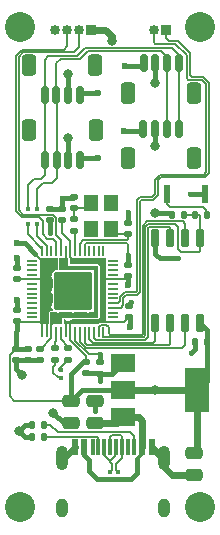
<source format=gtl>
G04 #@! TF.GenerationSoftware,KiCad,Pcbnew,(6.0.6)*
G04 #@! TF.CreationDate,2022-07-02T21:51:47+02:00*
G04 #@! TF.ProjectId,hs3-arduino-nano,6873332d-6172-4647-9569-6e6f2d6e616e,rev?*
G04 #@! TF.SameCoordinates,Original*
G04 #@! TF.FileFunction,Copper,L1,Top*
G04 #@! TF.FilePolarity,Positive*
%FSLAX46Y46*%
G04 Gerber Fmt 4.6, Leading zero omitted, Abs format (unit mm)*
G04 Created by KiCad (PCBNEW (6.0.6)) date 2022-07-02 21:51:47*
%MOMM*%
%LPD*%
G01*
G04 APERTURE LIST*
G04 Aperture macros list*
%AMRoundRect*
0 Rectangle with rounded corners*
0 $1 Rounding radius*
0 $2 $3 $4 $5 $6 $7 $8 $9 X,Y pos of 4 corners*
0 Add a 4 corners polygon primitive as box body*
4,1,4,$2,$3,$4,$5,$6,$7,$8,$9,$2,$3,0*
0 Add four circle primitives for the rounded corners*
1,1,$1+$1,$2,$3*
1,1,$1+$1,$4,$5*
1,1,$1+$1,$6,$7*
1,1,$1+$1,$8,$9*
0 Add four rect primitives between the rounded corners*
20,1,$1+$1,$2,$3,$4,$5,0*
20,1,$1+$1,$4,$5,$6,$7,0*
20,1,$1+$1,$6,$7,$8,$9,0*
20,1,$1+$1,$8,$9,$2,$3,0*%
G04 Aperture macros list end*
G04 #@! TA.AperFunction,ComponentPad*
%ADD10C,2.540000*%
G04 #@! TD*
G04 #@! TA.AperFunction,SMDPad,CuDef*
%ADD11RoundRect,0.140000X0.170000X-0.140000X0.170000X0.140000X-0.170000X0.140000X-0.170000X-0.140000X0*%
G04 #@! TD*
G04 #@! TA.AperFunction,SMDPad,CuDef*
%ADD12R,0.550000X1.500000*%
G04 #@! TD*
G04 #@! TA.AperFunction,SMDPad,CuDef*
%ADD13RoundRect,0.140000X-0.170000X0.140000X-0.170000X-0.140000X0.170000X-0.140000X0.170000X0.140000X0*%
G04 #@! TD*
G04 #@! TA.AperFunction,ComponentPad*
%ADD14R,0.850000X0.850000*%
G04 #@! TD*
G04 #@! TA.AperFunction,ComponentPad*
%ADD15O,0.850000X0.850000*%
G04 #@! TD*
G04 #@! TA.AperFunction,SMDPad,CuDef*
%ADD16RoundRect,0.135000X0.185000X-0.135000X0.185000X0.135000X-0.185000X0.135000X-0.185000X-0.135000X0*%
G04 #@! TD*
G04 #@! TA.AperFunction,SMDPad,CuDef*
%ADD17RoundRect,0.150000X0.150000X0.625000X-0.150000X0.625000X-0.150000X-0.625000X0.150000X-0.625000X0*%
G04 #@! TD*
G04 #@! TA.AperFunction,SMDPad,CuDef*
%ADD18RoundRect,0.250000X0.350000X0.650000X-0.350000X0.650000X-0.350000X-0.650000X0.350000X-0.650000X0*%
G04 #@! TD*
G04 #@! TA.AperFunction,SMDPad,CuDef*
%ADD19RoundRect,0.150000X-0.150000X-0.625000X0.150000X-0.625000X0.150000X0.625000X-0.150000X0.625000X0*%
G04 #@! TD*
G04 #@! TA.AperFunction,SMDPad,CuDef*
%ADD20RoundRect,0.250000X-0.350000X-0.650000X0.350000X-0.650000X0.350000X0.650000X-0.350000X0.650000X0*%
G04 #@! TD*
G04 #@! TA.AperFunction,SMDPad,CuDef*
%ADD21RoundRect,0.135000X-0.135000X-0.185000X0.135000X-0.185000X0.135000X0.185000X-0.135000X0.185000X0*%
G04 #@! TD*
G04 #@! TA.AperFunction,SMDPad,CuDef*
%ADD22R,0.600000X1.450000*%
G04 #@! TD*
G04 #@! TA.AperFunction,SMDPad,CuDef*
%ADD23R,0.300000X1.450000*%
G04 #@! TD*
G04 #@! TA.AperFunction,ComponentPad*
%ADD24O,1.000000X2.100000*%
G04 #@! TD*
G04 #@! TA.AperFunction,ComponentPad*
%ADD25O,1.000000X1.600000*%
G04 #@! TD*
G04 #@! TA.AperFunction,SMDPad,CuDef*
%ADD26RoundRect,0.250000X-0.475000X0.250000X-0.475000X-0.250000X0.475000X-0.250000X0.475000X0.250000X0*%
G04 #@! TD*
G04 #@! TA.AperFunction,SMDPad,CuDef*
%ADD27R,2.000000X1.500000*%
G04 #@! TD*
G04 #@! TA.AperFunction,SMDPad,CuDef*
%ADD28R,2.000000X3.800000*%
G04 #@! TD*
G04 #@! TA.AperFunction,SMDPad,CuDef*
%ADD29RoundRect,0.150000X-0.150000X0.650000X-0.150000X-0.650000X0.150000X-0.650000X0.150000X0.650000X0*%
G04 #@! TD*
G04 #@! TA.AperFunction,SMDPad,CuDef*
%ADD30RoundRect,0.050000X0.387500X0.050000X-0.387500X0.050000X-0.387500X-0.050000X0.387500X-0.050000X0*%
G04 #@! TD*
G04 #@! TA.AperFunction,SMDPad,CuDef*
%ADD31RoundRect,0.050000X0.050000X0.387500X-0.050000X0.387500X-0.050000X-0.387500X0.050000X-0.387500X0*%
G04 #@! TD*
G04 #@! TA.AperFunction,ComponentPad*
%ADD32C,0.600000*%
G04 #@! TD*
G04 #@! TA.AperFunction,SMDPad,CuDef*
%ADD33RoundRect,0.144000X1.456000X1.456000X-1.456000X1.456000X-1.456000X-1.456000X1.456000X-1.456000X0*%
G04 #@! TD*
G04 #@! TA.AperFunction,SMDPad,CuDef*
%ADD34RoundRect,0.140000X0.140000X0.170000X-0.140000X0.170000X-0.140000X-0.170000X0.140000X-0.170000X0*%
G04 #@! TD*
G04 #@! TA.AperFunction,SMDPad,CuDef*
%ADD35R,1.200000X1.400000*%
G04 #@! TD*
G04 #@! TA.AperFunction,SMDPad,CuDef*
%ADD36RoundRect,0.250000X0.475000X-0.250000X0.475000X0.250000X-0.475000X0.250000X-0.475000X-0.250000X0*%
G04 #@! TD*
G04 #@! TA.AperFunction,SMDPad,CuDef*
%ADD37RoundRect,0.135000X0.135000X0.185000X-0.135000X0.185000X-0.135000X-0.185000X0.135000X-0.185000X0*%
G04 #@! TD*
G04 #@! TA.AperFunction,ViaPad*
%ADD38C,0.400000*%
G04 #@! TD*
G04 #@! TA.AperFunction,ViaPad*
%ADD39C,0.600000*%
G04 #@! TD*
G04 #@! TA.AperFunction,ViaPad*
%ADD40C,0.800000*%
G04 #@! TD*
G04 #@! TA.AperFunction,Conductor*
%ADD41C,0.400000*%
G04 #@! TD*
G04 #@! TA.AperFunction,Conductor*
%ADD42C,0.127000*%
G04 #@! TD*
G04 #@! TA.AperFunction,Conductor*
%ADD43C,0.200000*%
G04 #@! TD*
G04 #@! TA.AperFunction,Conductor*
%ADD44C,0.600000*%
G04 #@! TD*
G04 #@! TA.AperFunction,Conductor*
%ADD45C,0.350000*%
G04 #@! TD*
G04 APERTURE END LIST*
D10*
X139446000Y-68707000D03*
X139446000Y-109347000D03*
X154686000Y-109347000D03*
X154686000Y-68707000D03*
D11*
X148675000Y-93230000D03*
X148675000Y-92270000D03*
D12*
X155091800Y-82804000D03*
X151841800Y-82804000D03*
D13*
X145034000Y-97056000D03*
X145034000Y-98016000D03*
D11*
X144018000Y-84046000D03*
X144018000Y-83086000D03*
D14*
X151765000Y-68961000D03*
D15*
X150765000Y-68961000D03*
D11*
X148590000Y-86205000D03*
X148590000Y-85245000D03*
D16*
X144018000Y-85981000D03*
X144018000Y-84961000D03*
D13*
X141097000Y-95913000D03*
X141097000Y-96873000D03*
D17*
X152858600Y-77288000D03*
X151858600Y-77288000D03*
X150858600Y-77288000D03*
X149858600Y-77288000D03*
D18*
X148558600Y-79813000D03*
X154158600Y-79813000D03*
D11*
X139192000Y-90015000D03*
X139192000Y-89055000D03*
X139192000Y-93571000D03*
X139192000Y-92611000D03*
D19*
X141502000Y-74426200D03*
X142502000Y-74426200D03*
X143502000Y-74426200D03*
X144502000Y-74426200D03*
D20*
X145802000Y-71901200D03*
X140202000Y-71901200D03*
D21*
X154204000Y-84582000D03*
X155224000Y-84582000D03*
D22*
X144070000Y-104286000D03*
X144870000Y-104286000D03*
D23*
X146070000Y-104286000D03*
X147070000Y-104286000D03*
X147570000Y-104286000D03*
X148570000Y-104286000D03*
D22*
X149770000Y-104286000D03*
X150570000Y-104286000D03*
X150570000Y-104286000D03*
X149770000Y-104286000D03*
D23*
X149070000Y-104286000D03*
X148070000Y-104286000D03*
X146570000Y-104286000D03*
X145570000Y-104286000D03*
D22*
X144870000Y-104286000D03*
X144070000Y-104286000D03*
D24*
X143000000Y-105201000D03*
D25*
X151640000Y-109381000D03*
X143000000Y-109381000D03*
D24*
X151640000Y-105201000D03*
D14*
X145415000Y-68935600D03*
D15*
X144415000Y-68935600D03*
X143415000Y-68935600D03*
X142415000Y-68935600D03*
D11*
X148590000Y-89789000D03*
X148590000Y-88829000D03*
D13*
X140081000Y-95913000D03*
X140081000Y-96873000D03*
X139065000Y-95913000D03*
X139065000Y-96873000D03*
D26*
X143764000Y-100335000D03*
X143764000Y-102235000D03*
D16*
X143510000Y-96903000D03*
X143510000Y-95883000D03*
D17*
X152884000Y-71776200D03*
X151884000Y-71776200D03*
X150884000Y-71776200D03*
X149884000Y-71776200D03*
D18*
X154184000Y-74301200D03*
X148584000Y-74301200D03*
D26*
X154178000Y-104714000D03*
X154178000Y-106614000D03*
D21*
X152271000Y-84582000D03*
X153291000Y-84582000D03*
D11*
X141986000Y-85062000D03*
X141986000Y-84102000D03*
D27*
X148107000Y-97141000D03*
X148107000Y-99441000D03*
D28*
X154407000Y-99441000D03*
D27*
X148107000Y-101741000D03*
D19*
X141527400Y-79912600D03*
X142527400Y-79912600D03*
X143527400Y-79912600D03*
X144527400Y-79912600D03*
D20*
X145827400Y-77387600D03*
X140227400Y-77387600D03*
D29*
X154686000Y-86570000D03*
X153416000Y-86570000D03*
X152146000Y-86570000D03*
X150876000Y-86570000D03*
X150876000Y-93770000D03*
X152146000Y-93770000D03*
X153416000Y-93770000D03*
X154686000Y-93770000D03*
D16*
X142367000Y-96903000D03*
X142367000Y-95883000D03*
D13*
X146177000Y-97084000D03*
X146177000Y-98044000D03*
D30*
X147328500Y-93659000D03*
X147328500Y-93259000D03*
X147328500Y-92859000D03*
X147328500Y-92459000D03*
X147328500Y-92059000D03*
X147328500Y-91659000D03*
X147328500Y-91259000D03*
X147328500Y-90859000D03*
X147328500Y-90459000D03*
X147328500Y-90059000D03*
X147328500Y-89659000D03*
X147328500Y-89259000D03*
X147328500Y-88859000D03*
X147328500Y-88459000D03*
D31*
X146491000Y-87621500D03*
X146091000Y-87621500D03*
X145691000Y-87621500D03*
X145291000Y-87621500D03*
X144891000Y-87621500D03*
X144491000Y-87621500D03*
X144091000Y-87621500D03*
X143691000Y-87621500D03*
X143291000Y-87621500D03*
X142891000Y-87621500D03*
X142491000Y-87621500D03*
X142091000Y-87621500D03*
X141691000Y-87621500D03*
X141291000Y-87621500D03*
D30*
X140453500Y-88459000D03*
X140453500Y-88859000D03*
X140453500Y-89259000D03*
X140453500Y-89659000D03*
X140453500Y-90059000D03*
X140453500Y-90459000D03*
X140453500Y-90859000D03*
X140453500Y-91259000D03*
X140453500Y-91659000D03*
X140453500Y-92059000D03*
X140453500Y-92459000D03*
X140453500Y-92859000D03*
X140453500Y-93259000D03*
X140453500Y-93659000D03*
D31*
X141291000Y-94496500D03*
X141691000Y-94496500D03*
X142091000Y-94496500D03*
X142491000Y-94496500D03*
X142891000Y-94496500D03*
X143291000Y-94496500D03*
X143691000Y-94496500D03*
X144091000Y-94496500D03*
X144491000Y-94496500D03*
X144891000Y-94496500D03*
X145291000Y-94496500D03*
X145691000Y-94496500D03*
X146091000Y-94496500D03*
X146491000Y-94496500D03*
D32*
X143891000Y-91059000D03*
X142616000Y-92334000D03*
X145166000Y-92334000D03*
D33*
X143891000Y-91059000D03*
D32*
X145166000Y-91059000D03*
X142616000Y-91059000D03*
X145166000Y-89784000D03*
X143891000Y-89784000D03*
X143891000Y-92334000D03*
X142616000Y-89784000D03*
D21*
X140458000Y-102362000D03*
X141478000Y-102362000D03*
D34*
X155216800Y-95326200D03*
X154256800Y-95326200D03*
D35*
X145454000Y-83609000D03*
X145454000Y-85809000D03*
X147154000Y-85809000D03*
X147154000Y-83609000D03*
D36*
X145796000Y-102235000D03*
X145796000Y-100335000D03*
D11*
X143002000Y-85062000D03*
X143002000Y-84102000D03*
D37*
X141480000Y-103378000D03*
X140460000Y-103378000D03*
D38*
X148844000Y-91948000D03*
D39*
X148336000Y-72009000D03*
D38*
X145796000Y-101219000D03*
X152781000Y-88265000D03*
X153924000Y-96266000D03*
X143002000Y-83185000D03*
D39*
X148209000Y-77470000D03*
D40*
X142240000Y-101346000D03*
D38*
X146177000Y-98679000D03*
X148590000Y-84328000D03*
D39*
X139192000Y-88265000D03*
X146050000Y-79756000D03*
X146050000Y-74295000D03*
D38*
X153797000Y-82804000D03*
D39*
X139192000Y-91821000D03*
D40*
X139573000Y-98171000D03*
X139319000Y-102870000D03*
D38*
X148590000Y-88011000D03*
D40*
X150876000Y-78740000D03*
X150876000Y-99441000D03*
X150876000Y-73406000D03*
D39*
X148717000Y-94107000D03*
D40*
X150876000Y-84455000D03*
D39*
X139192000Y-86995000D03*
D40*
X143510000Y-72644000D03*
X143510000Y-78105000D03*
X147193000Y-69850000D03*
D39*
X148600000Y-90550000D03*
D38*
X141986000Y-86106000D03*
X146177000Y-96393000D03*
X143510000Y-93091000D03*
X143256000Y-88900000D03*
X147708500Y-106338640D03*
X142875000Y-97719000D03*
X147058500Y-106338640D03*
X142875000Y-98369000D03*
X140081000Y-84074000D03*
X140081000Y-85344000D03*
X140843000Y-84074000D03*
X140843000Y-85344000D03*
D41*
X139192000Y-92611000D02*
X139192000Y-91821000D01*
X149676600Y-77470000D02*
X149858600Y-77288000D01*
X139065000Y-96873000D02*
X139065000Y-97663000D01*
D42*
X148463000Y-86995000D02*
X148590000Y-87122000D01*
X144891000Y-87138000D02*
X145034000Y-86995000D01*
X144891000Y-87621500D02*
X144891000Y-87138000D01*
D43*
X139129000Y-89055000D02*
X139192000Y-89055000D01*
D41*
X148590000Y-85245000D02*
X148590000Y-84328000D01*
X140458000Y-102362000D02*
X139827000Y-102362000D01*
X143002000Y-83185000D02*
X143919000Y-83185000D01*
X148590000Y-88829000D02*
X148590000Y-88011000D01*
X154256800Y-95326200D02*
X154256800Y-95933200D01*
D44*
X151640000Y-105920000D02*
X152334000Y-106614000D01*
X143000000Y-105201000D02*
X143155000Y-105201000D01*
D41*
X139065000Y-97663000D02*
X139573000Y-98171000D01*
D44*
X152334000Y-106614000D02*
X154178000Y-106614000D01*
X151640000Y-105201000D02*
X151640000Y-105920000D01*
D41*
X139065000Y-96873000D02*
X141097000Y-96873000D01*
X145034000Y-98016000D02*
X146149000Y-98016000D01*
X143764000Y-102235000D02*
X143129000Y-102235000D01*
D42*
X148590000Y-87122000D02*
X148590000Y-88011000D01*
D41*
X146050000Y-74295000D02*
X144633200Y-74295000D01*
X148675000Y-92270000D02*
X148675000Y-92117000D01*
X146050000Y-79756000D02*
X144684000Y-79756000D01*
X143919000Y-83185000D02*
X144018000Y-83086000D01*
X146177000Y-98044000D02*
X147204000Y-98044000D01*
D45*
X143002000Y-105199000D02*
X143000000Y-105201000D01*
D42*
X145034000Y-86995000D02*
X148463000Y-86995000D01*
D41*
X143129000Y-102235000D02*
X142240000Y-101346000D01*
X149651200Y-72009000D02*
X149884000Y-71776200D01*
X148336000Y-72009000D02*
X149651200Y-72009000D01*
X145796000Y-100335000D02*
X145796000Y-101219000D01*
X148209000Y-77470000D02*
X149676600Y-77470000D01*
X150876000Y-86570000D02*
X150876000Y-87884000D01*
X144633200Y-74295000D02*
X144502000Y-74426200D01*
X143002000Y-84102000D02*
X141986000Y-84102000D01*
X155091800Y-82804000D02*
X153797000Y-82804000D01*
X147204000Y-98044000D02*
X148107000Y-97141000D01*
X139827000Y-103378000D02*
X139319000Y-102870000D01*
X146149000Y-98016000D02*
X146177000Y-98044000D01*
X154256800Y-95933200D02*
X153924000Y-96266000D01*
X148675000Y-92117000D02*
X148844000Y-91948000D01*
D44*
X151640000Y-105201000D02*
X151485000Y-105201000D01*
D41*
X144684000Y-79756000D02*
X144527400Y-79912600D01*
X139192000Y-89055000D02*
X139192000Y-88265000D01*
X139827000Y-102362000D02*
X139319000Y-102870000D01*
X143002000Y-84102000D02*
X143002000Y-83185000D01*
X150876000Y-87884000D02*
X151257000Y-88265000D01*
D44*
X151485000Y-105201000D02*
X150570000Y-104286000D01*
D41*
X146177000Y-98044000D02*
X146177000Y-98679000D01*
X151257000Y-88265000D02*
X152781000Y-88265000D01*
D44*
X143155000Y-105201000D02*
X144070000Y-104286000D01*
D41*
X140460000Y-103378000D02*
X139827000Y-103378000D01*
X144658000Y-99441000D02*
X143764000Y-100335000D01*
X139065000Y-95913000D02*
X140081000Y-95913000D01*
D44*
X146659600Y-68935600D02*
X145415000Y-68935600D01*
D43*
X140453500Y-90059000D02*
X139236000Y-90059000D01*
D42*
X143691000Y-88192000D02*
X143891000Y-88392000D01*
X148320000Y-90059000D02*
X148590000Y-89789000D01*
D43*
X138555000Y-99947000D02*
X138943000Y-100335000D01*
D42*
X147328500Y-93659000D02*
X146618000Y-93659000D01*
D41*
X143510000Y-78105000D02*
X143510000Y-79895200D01*
D42*
X143691000Y-87621500D02*
X143691000Y-86795000D01*
X141291000Y-93793000D02*
X141157000Y-93659000D01*
D41*
X139827000Y-86995000D02*
X140716000Y-87884000D01*
D42*
X148246000Y-93659000D02*
X148675000Y-93230000D01*
D43*
X138555000Y-96423000D02*
X138555000Y-99947000D01*
D41*
X143510000Y-72644000D02*
X143510000Y-74418200D01*
X155216800Y-95326200D02*
X155216800Y-94300800D01*
D42*
X143291000Y-93818000D02*
X143383000Y-93726000D01*
D41*
X148717000Y-93272000D02*
X148675000Y-93230000D01*
D42*
X141224000Y-89948000D02*
X141113000Y-90059000D01*
D41*
X139192000Y-94361000D02*
X139192000Y-93571000D01*
X155216800Y-95326200D02*
X155216800Y-98631200D01*
D42*
X147328500Y-90059000D02*
X148320000Y-90059000D01*
D41*
X148107000Y-99441000D02*
X144658000Y-99441000D01*
X152144000Y-84455000D02*
X152271000Y-84582000D01*
X143510000Y-79895200D02*
X143527400Y-79912600D01*
D42*
X143691000Y-86795000D02*
X143002000Y-86106000D01*
X147328500Y-93659000D02*
X148246000Y-93659000D01*
D41*
X150876000Y-77305400D02*
X150858600Y-77288000D01*
D43*
X139065000Y-95913000D02*
X138555000Y-96423000D01*
D41*
X139065000Y-94488000D02*
X139192000Y-94361000D01*
D42*
X141113000Y-90059000D02*
X141224000Y-90170000D01*
D41*
X150876000Y-84455000D02*
X152144000Y-84455000D01*
X143764000Y-100335000D02*
X143764000Y-98044000D01*
D43*
X140453500Y-93659000D02*
X139280000Y-93659000D01*
D44*
X147193000Y-69850000D02*
X147193000Y-69469000D01*
D41*
X150876000Y-73406000D02*
X150876000Y-71784200D01*
X150876000Y-78740000D02*
X150876000Y-77305400D01*
D42*
X143691000Y-93799000D02*
X143764000Y-93726000D01*
D41*
X148600000Y-89799000D02*
X148590000Y-89789000D01*
D44*
X154407000Y-99441000D02*
X150876000Y-99441000D01*
D42*
X143891000Y-88392000D02*
X144018000Y-88392000D01*
X140716000Y-87884000D02*
X141224000Y-88392000D01*
D44*
X147193000Y-69469000D02*
X146659600Y-68935600D01*
D42*
X143291000Y-94496500D02*
X143291000Y-93818000D01*
X143691000Y-95177000D02*
X145034000Y-96520000D01*
D43*
X139280000Y-93659000D02*
X139192000Y-93571000D01*
D42*
X141224000Y-88392000D02*
X141224000Y-89948000D01*
X141157000Y-93659000D02*
X140453500Y-93659000D01*
D41*
X139065000Y-95913000D02*
X139065000Y-94488000D01*
X148717000Y-94107000D02*
X148717000Y-93272000D01*
X155216800Y-94300800D02*
X154686000Y-93770000D01*
D42*
X140453500Y-90059000D02*
X141113000Y-90059000D01*
D41*
X148600000Y-90550000D02*
X148600000Y-89799000D01*
X143764000Y-98044000D02*
X144752000Y-97056000D01*
D42*
X145034000Y-96520000D02*
X145034000Y-97056000D01*
D41*
X144752000Y-97056000D02*
X145034000Y-97056000D01*
X150876000Y-71784200D02*
X150884000Y-71776200D01*
D42*
X143691000Y-87621500D02*
X143691000Y-88192000D01*
X143002000Y-86106000D02*
X143002000Y-85062000D01*
X143691000Y-94496500D02*
X143691000Y-95177000D01*
X143691000Y-94496500D02*
X143691000Y-93799000D01*
D43*
X138943000Y-100335000D02*
X143764000Y-100335000D01*
D44*
X154407000Y-104485000D02*
X154178000Y-104714000D01*
D42*
X141291000Y-94496500D02*
X141291000Y-93793000D01*
D43*
X139236000Y-90059000D02*
X139192000Y-90015000D01*
D41*
X143510000Y-74418200D02*
X143502000Y-74426200D01*
X139192000Y-86995000D02*
X139827000Y-86995000D01*
D42*
X147328500Y-90059000D02*
X146701000Y-90059000D01*
D44*
X154407000Y-99441000D02*
X154407000Y-104485000D01*
D41*
X155216800Y-98631200D02*
X154407000Y-99441000D01*
D42*
X141691000Y-94496500D02*
X141691000Y-93812000D01*
D44*
X148107000Y-99441000D02*
X150876000Y-99441000D01*
D42*
X144491000Y-87030000D02*
X144780000Y-86741000D01*
D43*
X147550000Y-86205000D02*
X147154000Y-85809000D01*
D42*
X148463000Y-86741000D02*
X148590000Y-86614000D01*
X144491000Y-87621500D02*
X144491000Y-87030000D01*
D43*
X148590000Y-86205000D02*
X147550000Y-86205000D01*
D42*
X148590000Y-86614000D02*
X148590000Y-86205000D01*
X144780000Y-86741000D02*
X148463000Y-86741000D01*
D44*
X148121000Y-101727000D02*
X148107000Y-101741000D01*
D41*
X145288000Y-105311000D02*
X144870000Y-104893000D01*
X144870000Y-104893000D02*
X144870000Y-104286000D01*
X149354999Y-105286000D02*
X149354999Y-106423001D01*
D44*
X149770000Y-102018000D02*
X149479000Y-101727000D01*
D41*
X148789360Y-106988640D02*
X145977640Y-106988640D01*
D45*
X149770000Y-104870999D02*
X149354999Y-105286000D01*
D41*
X145288000Y-106299000D02*
X145288000Y-105311000D01*
D44*
X149479000Y-101727000D02*
X148121000Y-101727000D01*
D45*
X149770000Y-104286000D02*
X149770000Y-104870999D01*
D44*
X149770000Y-104286000D02*
X149770000Y-102018000D01*
D41*
X145977640Y-106988640D02*
X145288000Y-106299000D01*
D44*
X145796000Y-102235000D02*
X147613000Y-102235000D01*
X147613000Y-102235000D02*
X148107000Y-101741000D01*
D41*
X149354999Y-106423001D02*
X148789360Y-106988640D01*
X146177000Y-96393000D02*
X146177000Y-97084000D01*
X141986000Y-86106000D02*
X141986000Y-85062000D01*
D42*
X141196000Y-95913000D02*
X141097000Y-95913000D01*
X143291000Y-87621500D02*
X143291000Y-88427000D01*
X142091000Y-94496500D02*
X142091000Y-93875000D01*
X144091000Y-95255974D02*
X145228026Y-96393000D01*
X142091000Y-94496500D02*
X142091000Y-95018000D01*
X142091000Y-95018000D02*
X141196000Y-95913000D01*
X145228026Y-96393000D02*
X146177000Y-96393000D01*
X142091000Y-93875000D02*
X142240000Y-93726000D01*
X144091000Y-94496500D02*
X144091000Y-95255974D01*
X152146000Y-83947000D02*
X154940000Y-83947000D01*
X154940000Y-83947000D02*
X155194000Y-84201000D01*
X151841800Y-82804000D02*
X151841800Y-83642800D01*
X155194000Y-84201000D02*
X155194000Y-84582000D01*
X151841800Y-83642800D02*
X152146000Y-83947000D01*
X148070000Y-104286000D02*
X148070000Y-105168000D01*
X147955000Y-103251000D02*
X148070000Y-103366000D01*
X148070000Y-103366000D02*
X148070000Y-104286000D01*
X147708500Y-106338640D02*
X147572001Y-106202141D01*
X147572001Y-106202141D02*
X147572001Y-105665999D01*
X147070000Y-104286000D02*
X147070000Y-103374000D01*
X147572001Y-105665999D02*
X148070000Y-105168000D01*
X142744000Y-97704841D02*
X142744000Y-97669000D01*
X142758159Y-97719000D02*
X142744000Y-97704841D01*
X142875000Y-97719000D02*
X142758159Y-97719000D01*
X147193000Y-103251000D02*
X147955000Y-103251000D01*
X147070000Y-103374000D02*
X147193000Y-103251000D01*
X142744000Y-97669000D02*
X143510000Y-96903000D01*
X147066000Y-105537000D02*
X147194999Y-105665999D01*
X147193000Y-105667998D02*
X147193000Y-106204140D01*
X142855000Y-98349000D02*
X142614045Y-98349000D01*
X147066000Y-105410000D02*
X147066000Y-105537000D01*
X147066000Y-105410000D02*
X147570000Y-104906000D01*
X142875000Y-98369000D02*
X142855000Y-98349000D01*
X147194999Y-105665999D02*
X147193000Y-105667998D01*
X147193000Y-106204140D02*
X147058500Y-106338640D01*
X142614045Y-98349000D02*
X142245000Y-97979955D01*
X142245000Y-97979955D02*
X142245000Y-97458045D01*
X142367000Y-97336045D02*
X142367000Y-96903000D01*
X142245000Y-97458045D02*
X142367000Y-97336045D01*
X146570000Y-104914000D02*
X147066000Y-105410000D01*
X141291000Y-87443000D02*
X141291000Y-87621500D01*
X140589000Y-81534000D02*
X141224000Y-81534000D01*
X141502000Y-79887200D02*
X141502000Y-74426200D01*
X141502000Y-71477000D02*
X141502000Y-74426200D01*
X141832000Y-71147000D02*
X141502000Y-71477000D01*
X152884000Y-71776200D02*
X152884000Y-77262600D01*
X144928500Y-70463500D02*
X144245000Y-71147000D01*
X140081000Y-85344000D02*
X140081000Y-86233000D01*
X140081000Y-82042000D02*
X140589000Y-81534000D01*
X140081000Y-86233000D02*
X141291000Y-87443000D01*
X141527400Y-81230600D02*
X141527400Y-79912600D01*
X141224000Y-81534000D02*
X141527400Y-81230600D01*
X141527400Y-79912600D02*
X141502000Y-79887200D01*
X144245000Y-71147000D02*
X141832000Y-71147000D01*
X152251500Y-70463500D02*
X144928500Y-70463500D01*
X152884000Y-71096000D02*
X152251500Y-70463500D01*
X152884000Y-71776200D02*
X152884000Y-71096000D01*
X140081000Y-84074000D02*
X140081000Y-82042000D01*
X152884000Y-77262600D02*
X152858600Y-77288000D01*
X142245500Y-86619500D02*
X141737500Y-86619500D01*
X142494000Y-86868000D02*
X142245500Y-86619500D01*
X139605973Y-84808999D02*
X139092000Y-84295026D01*
X142491000Y-86871000D02*
X142494000Y-86868000D01*
X141737500Y-86619500D02*
X141351000Y-86233000D01*
X143130300Y-70610700D02*
X143415000Y-70326000D01*
X143415000Y-70326000D02*
X143415000Y-68935600D01*
X141351000Y-86233000D02*
X141351000Y-85090000D01*
X142491000Y-87621500D02*
X142491000Y-86871000D01*
X139586697Y-70610700D02*
X143130300Y-70610700D01*
X139092000Y-84295026D02*
X139092001Y-71105396D01*
X141351000Y-85090000D02*
X141070000Y-84809000D01*
X141070000Y-84809000D02*
X139605973Y-84808999D01*
X139092001Y-71105396D02*
X139586697Y-70610700D01*
X144415000Y-70412400D02*
X143989700Y-70837700D01*
X142891000Y-86710199D02*
X142891000Y-87621500D01*
X142245214Y-84582000D02*
X142499500Y-84836286D01*
X139319000Y-84201000D02*
X139700000Y-84582000D01*
X139319000Y-71199423D02*
X139319000Y-84201000D01*
X144415000Y-68935600D02*
X144415000Y-70412400D01*
X142499500Y-84836286D02*
X142499500Y-86318699D01*
X143989700Y-70837700D02*
X139680723Y-70837700D01*
X142499500Y-86318699D02*
X142891000Y-86710199D01*
X139700000Y-84582000D02*
X142245214Y-84582000D01*
X139680723Y-70837700D02*
X139319000Y-71199423D01*
X149882474Y-94971500D02*
X150048000Y-94805974D01*
X154686000Y-84709000D02*
X154559000Y-84582000D01*
X146533500Y-94971500D02*
X149882474Y-94971500D01*
X146491000Y-94929000D02*
X146533500Y-94971500D01*
X154234000Y-84582000D02*
X153291000Y-84582000D01*
X150282974Y-85371000D02*
X152554000Y-85371000D01*
X150048000Y-94805974D02*
X150048001Y-85605973D01*
X154686000Y-87630000D02*
X154686000Y-86570000D01*
X154559000Y-84582000D02*
X154234000Y-84582000D01*
X150048001Y-85605973D02*
X150282974Y-85371000D01*
X154686000Y-86570000D02*
X154686000Y-84709000D01*
X152781000Y-85598000D02*
X152781000Y-87503000D01*
X146491000Y-94496500D02*
X146491000Y-94929000D01*
X152554000Y-85371000D02*
X152781000Y-85598000D01*
X152781000Y-87503000D02*
X153035000Y-87757000D01*
X154559000Y-87757000D02*
X154686000Y-87630000D01*
X153035000Y-87757000D02*
X154559000Y-87757000D01*
X144091000Y-86054000D02*
X144018000Y-85981000D01*
X144091000Y-87621500D02*
X144091000Y-86054000D01*
X141480000Y-103378000D02*
X145923000Y-103378000D01*
X145923000Y-103378000D02*
X146070000Y-103525000D01*
X146070000Y-104286000D02*
X146070000Y-103525000D01*
X147068500Y-94744500D02*
X149479000Y-94742000D01*
X146939000Y-94615000D02*
X147068500Y-94744500D01*
X146939000Y-94107000D02*
X146939000Y-94615000D01*
X153416000Y-85344000D02*
X153416000Y-86570000D01*
X149821000Y-94679000D02*
X149821000Y-92771004D01*
X146271000Y-93886000D02*
X146718000Y-93886000D01*
X150188947Y-85144001D02*
X153216001Y-85144001D01*
X153216001Y-85144001D02*
X153416000Y-85344000D01*
X146091000Y-94066000D02*
X146271000Y-93886000D01*
X149479000Y-94742000D02*
X149758000Y-94742000D01*
X149821000Y-92771004D02*
X149821002Y-92771002D01*
X149821002Y-92771002D02*
X149821002Y-85511946D01*
X149758000Y-94742000D02*
X149821000Y-94679000D01*
X146718000Y-93886000D02*
X146939000Y-94107000D01*
X146091000Y-94496500D02*
X146091000Y-94066000D01*
X149821002Y-85511946D02*
X150188947Y-85144001D01*
X152146000Y-85725000D02*
X152146000Y-86570000D01*
X145691000Y-95018000D02*
X145871500Y-95198500D01*
X145871500Y-95198500D02*
X149976500Y-95198500D01*
X150377000Y-85598000D02*
X152019000Y-85598000D01*
X150275000Y-85700000D02*
X150377000Y-85598000D01*
X145691000Y-94496500D02*
X145691000Y-95018000D01*
X150275000Y-94900000D02*
X150275000Y-85700000D01*
X149976500Y-95198500D02*
X150275000Y-94900000D01*
X152019000Y-85598000D02*
X152146000Y-85725000D01*
X150700500Y-95425500D02*
X150876000Y-95250000D01*
X145291000Y-95126000D02*
X145590500Y-95425500D01*
X150876000Y-95250000D02*
X150876000Y-93770000D01*
X145291000Y-94496500D02*
X145291000Y-95126000D01*
X145590500Y-95425500D02*
X150700500Y-95425500D01*
X152146000Y-95504000D02*
X152146000Y-93770000D01*
X145129578Y-95652500D02*
X151997500Y-95652500D01*
X144891000Y-94496500D02*
X144891000Y-95413922D01*
X144891000Y-95413922D02*
X145129578Y-95652500D01*
X151997500Y-95652500D02*
X152146000Y-95504000D01*
X153416000Y-95631000D02*
X153416000Y-93770000D01*
X145035552Y-95879500D02*
X153167500Y-95879500D01*
X144491000Y-95334948D02*
X145035552Y-95879500D01*
X153167500Y-95879500D02*
X153416000Y-95631000D01*
X144491000Y-94496500D02*
X144491000Y-95334948D01*
D43*
X144018000Y-84046000D02*
X145017000Y-84046000D01*
X144018000Y-84046000D02*
X144018000Y-84961000D01*
X145017000Y-84046000D02*
X145454000Y-83609000D01*
D42*
X149070000Y-103350000D02*
X149070000Y-104286000D01*
X141986000Y-102362000D02*
X142621000Y-102997000D01*
X142621000Y-102997000D02*
X148717000Y-102997000D01*
X148717000Y-102997000D02*
X149070000Y-103350000D01*
X141478000Y-102362000D02*
X141986000Y-102362000D01*
X151384000Y-70739000D02*
X151884000Y-71239000D01*
X151884000Y-71239000D02*
X151884000Y-71776200D01*
X142113000Y-81915000D02*
X142527400Y-81500600D01*
X144526000Y-71374000D02*
X145161000Y-70739000D01*
X141691000Y-87208000D02*
X141691000Y-87621500D01*
X151884000Y-71776200D02*
X151884000Y-77262600D01*
X140843000Y-86360000D02*
X141691000Y-87208000D01*
X142527400Y-74451600D02*
X142502000Y-74426200D01*
X145161000Y-70739000D02*
X151384000Y-70739000D01*
X140843000Y-86360000D02*
X140843000Y-85344000D01*
X140843000Y-84074000D02*
X140843000Y-82423000D01*
X142527400Y-81500600D02*
X142527400Y-79912600D01*
X142875000Y-71374000D02*
X144526000Y-71374000D01*
X142527400Y-79912600D02*
X142527400Y-74451600D01*
X140843000Y-82423000D02*
X141351000Y-81915000D01*
X151884000Y-77262600D02*
X151858600Y-77288000D01*
X142502000Y-71747000D02*
X142875000Y-71374000D01*
X141351000Y-81915000D02*
X142113000Y-81915000D01*
X142502000Y-74426200D02*
X142502000Y-71747000D01*
X142891000Y-95139000D02*
X143510000Y-95758000D01*
X142891000Y-94496500D02*
X142891000Y-95139000D01*
X143510000Y-95758000D02*
X143510000Y-95883000D01*
X142494000Y-94499500D02*
X142491000Y-94496500D01*
X142367000Y-95377000D02*
X142494000Y-95250000D01*
X142494000Y-95250000D02*
X142494000Y-94499500D01*
X142367000Y-95883000D02*
X142367000Y-95377000D01*
X150903001Y-81566973D02*
X151289974Y-81180000D01*
X150876000Y-70104000D02*
X150757000Y-69985000D01*
X153543000Y-71068026D02*
X152578974Y-70104000D01*
X154813000Y-73152000D02*
X153670000Y-73152000D01*
X149227000Y-91148000D02*
X149367002Y-91007998D01*
X154972974Y-81180000D02*
X155194000Y-80958974D01*
X149367004Y-84470004D02*
X149367004Y-83296996D01*
X155194000Y-80958974D02*
X155194000Y-73533000D01*
X147929500Y-91520500D02*
X148302000Y-91148000D01*
X149367004Y-83296996D02*
X149606000Y-83058000D01*
X150876000Y-81593974D02*
X151032987Y-81436987D01*
X149606000Y-83058000D02*
X150622000Y-83058000D01*
X152578974Y-70104000D02*
X150876000Y-70104000D01*
X151289974Y-81180000D02*
X154972974Y-81180000D01*
X153543000Y-73025000D02*
X153543000Y-71068026D01*
X149367002Y-91007998D02*
X149367002Y-85471000D01*
X147741000Y-92059000D02*
X147929500Y-91870500D01*
X147929500Y-91870500D02*
X147929500Y-91520500D01*
X150757000Y-69985000D02*
X150757000Y-68961000D01*
X153670000Y-73152000D02*
X153543000Y-73025000D01*
X150622000Y-83058000D02*
X150876000Y-82804000D01*
X155194000Y-73533000D02*
X154813000Y-73152000D01*
X149367002Y-85471000D02*
X149367004Y-84470004D01*
X148302000Y-91148000D02*
X149227000Y-91148000D01*
X150876000Y-82804000D02*
X150876000Y-81593974D01*
X147328500Y-92059000D02*
X147741000Y-92059000D01*
X151032987Y-81436987D02*
X151286987Y-81182987D01*
X155067000Y-81407000D02*
X155421000Y-81053000D01*
X153797000Y-72771000D02*
X153797000Y-70866000D01*
X152781000Y-69850000D02*
X152019000Y-69850000D01*
X151757000Y-69588000D02*
X151757000Y-68961000D01*
X147952000Y-92459000D02*
X148156500Y-92254500D01*
X151130000Y-82871026D02*
X151130000Y-81661000D01*
X148156499Y-91618501D02*
X148400000Y-91375000D01*
X153951000Y-72925000D02*
X153797000Y-72771000D01*
X155420999Y-73438973D02*
X154907026Y-72925000D01*
X151384000Y-81407000D02*
X155067000Y-81407000D01*
X152019000Y-69850000D02*
X151757000Y-69588000D01*
X153797000Y-70866000D02*
X152781000Y-69850000D01*
X148156500Y-92254500D02*
X148156499Y-91618501D01*
X150689026Y-83312000D02*
X151130000Y-82871026D01*
X149594002Y-91105998D02*
X149594003Y-83450997D01*
X155421000Y-81053000D02*
X155420999Y-73438973D01*
X149594003Y-83450997D02*
X149733000Y-83312000D01*
X151130000Y-81661000D02*
X151384000Y-81407000D01*
X149325000Y-91375000D02*
X149594002Y-91105998D01*
X148400000Y-91375000D02*
X149325000Y-91375000D01*
X154907026Y-72925000D02*
X153951000Y-72925000D01*
X149733000Y-83312000D02*
X150689026Y-83312000D01*
X147328500Y-92459000D02*
X147952000Y-92459000D01*
G04 #@! TA.AperFunction,Conductor*
G36*
X146670648Y-88279352D02*
G01*
X146685000Y-88314000D01*
X146685000Y-93673000D01*
X146670648Y-93707648D01*
X146636000Y-93722000D01*
X146291304Y-93722000D01*
X146282123Y-93721132D01*
X146267985Y-93718435D01*
X146267984Y-93718435D01*
X146262160Y-93717324D01*
X146228895Y-93727367D01*
X146226503Y-93728021D01*
X146192746Y-93736313D01*
X146189361Y-93739297D01*
X146189334Y-93739311D01*
X146185019Y-93740614D01*
X146182504Y-93742565D01*
X146160138Y-93764931D01*
X146157895Y-93767039D01*
X146132301Y-93789602D01*
X146130703Y-93793766D01*
X146127642Y-93797427D01*
X146086421Y-93838648D01*
X146051773Y-93853000D01*
X143156500Y-93853000D01*
X143121852Y-93838648D01*
X143107500Y-93804000D01*
X143107500Y-93499500D01*
X143121852Y-93464852D01*
X143156500Y-93450500D01*
X143222181Y-93450500D01*
X143249333Y-93458711D01*
X143311153Y-93499862D01*
X143311159Y-93499865D01*
X143314060Y-93501796D01*
X143317386Y-93502835D01*
X143317388Y-93502836D01*
X143336158Y-93508700D01*
X143437233Y-93540278D01*
X143440723Y-93540342D01*
X143466920Y-93540822D01*
X143566255Y-93542643D01*
X143690755Y-93508700D01*
X143693726Y-93506876D01*
X143693728Y-93506875D01*
X143773747Y-93457743D01*
X143799386Y-93450500D01*
X146001000Y-93450500D01*
X146021187Y-93446485D01*
X146039008Y-93442940D01*
X146039012Y-93442939D01*
X146041374Y-93442469D01*
X146059551Y-93434940D01*
X146075130Y-93428487D01*
X146075141Y-93428482D01*
X146076022Y-93428117D01*
X146090771Y-93420602D01*
X146133117Y-93371022D01*
X146147469Y-93336374D01*
X146155500Y-93296000D01*
X146155500Y-88949000D01*
X146147469Y-88908626D01*
X146139940Y-88890449D01*
X146133487Y-88874870D01*
X146133482Y-88874859D01*
X146133117Y-88873978D01*
X146125602Y-88859229D01*
X146076022Y-88816883D01*
X146041374Y-88802531D01*
X146039012Y-88802061D01*
X146039008Y-88802060D01*
X146021187Y-88798515D01*
X146001000Y-88794500D01*
X143734500Y-88794500D01*
X143699852Y-88780148D01*
X143689894Y-88765781D01*
X143640872Y-88657965D01*
X143639428Y-88654788D01*
X143637150Y-88652144D01*
X143627379Y-88640804D01*
X143615500Y-88608819D01*
X143615500Y-88314000D01*
X143629852Y-88279352D01*
X143664500Y-88265000D01*
X146636000Y-88265000D01*
X146670648Y-88279352D01*
G37*
G04 #@! TD.AperFunction*
G04 #@! TA.AperFunction,Conductor*
G36*
X142628148Y-88279352D02*
G01*
X142642500Y-88314000D01*
X142642500Y-89209500D01*
X142628148Y-89244148D01*
X142593500Y-89258500D01*
X142579930Y-89258500D01*
X142578283Y-89258726D01*
X142578277Y-89258726D01*
X142526220Y-89265857D01*
X142473354Y-89273099D01*
X142470288Y-89274426D01*
X142470287Y-89274426D01*
X142344283Y-89328953D01*
X142344282Y-89328954D01*
X142341217Y-89330280D01*
X142229325Y-89420888D01*
X142145921Y-89538249D01*
X142144790Y-89541389D01*
X142144789Y-89541392D01*
X142098283Y-89670567D01*
X142097150Y-89673715D01*
X142086606Y-89817307D01*
X142087266Y-89820580D01*
X142087266Y-89820581D01*
X142100473Y-89886081D01*
X142115064Y-89958444D01*
X142180429Y-90086730D01*
X142181896Y-90088325D01*
X142190500Y-90115782D01*
X142190500Y-90734882D01*
X142181441Y-90763267D01*
X142147856Y-90810526D01*
X142145921Y-90813249D01*
X142144790Y-90816389D01*
X142144789Y-90816392D01*
X142098283Y-90945567D01*
X142097150Y-90948715D01*
X142086606Y-91092307D01*
X142115064Y-91233444D01*
X142180429Y-91361730D01*
X142181895Y-91363324D01*
X142190501Y-91390782D01*
X142190501Y-92009881D01*
X142181442Y-92038266D01*
X142145921Y-92088249D01*
X142144790Y-92091389D01*
X142144789Y-92091392D01*
X142099386Y-92217504D01*
X142097150Y-92223715D01*
X142086606Y-92367307D01*
X142087266Y-92370580D01*
X142087266Y-92370581D01*
X142100473Y-92436081D01*
X142115064Y-92508444D01*
X142180429Y-92636730D01*
X142182688Y-92639187D01*
X142182689Y-92639188D01*
X142192018Y-92649333D01*
X142204906Y-92684552D01*
X142189116Y-92718569D01*
X142155949Y-92731500D01*
X142035000Y-92731500D01*
X142014813Y-92735516D01*
X141996992Y-92739060D01*
X141996988Y-92739061D01*
X141994626Y-92739531D01*
X141976449Y-92747060D01*
X141960870Y-92753513D01*
X141960859Y-92753518D01*
X141959978Y-92753883D01*
X141945229Y-92761398D01*
X141902883Y-92810978D01*
X141888531Y-92845626D01*
X141880500Y-92886000D01*
X141880500Y-93804000D01*
X141866148Y-93838648D01*
X141831500Y-93853000D01*
X141146000Y-93853000D01*
X141111352Y-93838648D01*
X141097000Y-93804000D01*
X141097000Y-88314000D01*
X141111352Y-88279352D01*
X141146000Y-88265000D01*
X142593500Y-88265000D01*
X142628148Y-88279352D01*
G37*
G04 #@! TD.AperFunction*
G04 #@! TA.AperFunction,Conductor*
G36*
X143495648Y-88279352D02*
G01*
X143510000Y-88314000D01*
X143510000Y-88900000D01*
X146001000Y-88900000D01*
X146035648Y-88914352D01*
X146050000Y-88949000D01*
X146050000Y-93296000D01*
X146035648Y-93330648D01*
X146001000Y-93345000D01*
X143002000Y-93345000D01*
X143002000Y-93804000D01*
X142987648Y-93838648D01*
X142953000Y-93853000D01*
X142035000Y-93853000D01*
X142000352Y-93838648D01*
X141986000Y-93804000D01*
X141986000Y-92886000D01*
X142000352Y-92851352D01*
X142035000Y-92837000D01*
X142456672Y-92837000D01*
X142470343Y-92838946D01*
X142538512Y-92858751D01*
X142541074Y-92858939D01*
X142541079Y-92858940D01*
X142545163Y-92859239D01*
X142548712Y-92859500D01*
X142652070Y-92859500D01*
X142653717Y-92859274D01*
X142653723Y-92859274D01*
X142711552Y-92851352D01*
X142758646Y-92844901D01*
X142767593Y-92841029D01*
X142787051Y-92837000D01*
X143731672Y-92837000D01*
X143745343Y-92838946D01*
X143813512Y-92858751D01*
X143816074Y-92858939D01*
X143816079Y-92858940D01*
X143820163Y-92859239D01*
X143823712Y-92859500D01*
X143927070Y-92859500D01*
X143928717Y-92859274D01*
X143928723Y-92859274D01*
X143986552Y-92851352D01*
X144033646Y-92844901D01*
X144042593Y-92841029D01*
X144062051Y-92837000D01*
X145006672Y-92837000D01*
X145020343Y-92838946D01*
X145088512Y-92858751D01*
X145091074Y-92858939D01*
X145091079Y-92858940D01*
X145095163Y-92859239D01*
X145098712Y-92859500D01*
X145202070Y-92859500D01*
X145203717Y-92859274D01*
X145203723Y-92859274D01*
X145261552Y-92851352D01*
X145308646Y-92844901D01*
X145317593Y-92841029D01*
X145337051Y-92837000D01*
X145669000Y-92837000D01*
X145669000Y-92496861D01*
X145671897Y-92480263D01*
X145683717Y-92447433D01*
X145683718Y-92447431D01*
X145684850Y-92444285D01*
X145695394Y-92300693D01*
X145669967Y-92174588D01*
X145669000Y-92164903D01*
X145669000Y-91221861D01*
X145671897Y-91205263D01*
X145683717Y-91172433D01*
X145683718Y-91172431D01*
X145684850Y-91169285D01*
X145695394Y-91025693D01*
X145669967Y-90899588D01*
X145669000Y-90889903D01*
X145669000Y-89946861D01*
X145671897Y-89930263D01*
X145683717Y-89897433D01*
X145683718Y-89897431D01*
X145684850Y-89894285D01*
X145695394Y-89750693D01*
X145669967Y-89624588D01*
X145669000Y-89614903D01*
X145669000Y-89281000D01*
X145325328Y-89281000D01*
X145311657Y-89279054D01*
X145291160Y-89273099D01*
X145243488Y-89259249D01*
X145240926Y-89259061D01*
X145240921Y-89259060D01*
X145236837Y-89258761D01*
X145233288Y-89258500D01*
X145129930Y-89258500D01*
X145128283Y-89258726D01*
X145128277Y-89258726D01*
X145076220Y-89265857D01*
X145023354Y-89273099D01*
X145014407Y-89276971D01*
X144994949Y-89281000D01*
X144050328Y-89281000D01*
X144036657Y-89279054D01*
X144016160Y-89273099D01*
X143968488Y-89259249D01*
X143965926Y-89259061D01*
X143965921Y-89259060D01*
X143961837Y-89258761D01*
X143958288Y-89258500D01*
X143854930Y-89258500D01*
X143853283Y-89258726D01*
X143853277Y-89258726D01*
X143801220Y-89265857D01*
X143748354Y-89273099D01*
X143739407Y-89276971D01*
X143719949Y-89281000D01*
X142797000Y-89281000D01*
X142762352Y-89266648D01*
X142748000Y-89232000D01*
X142748000Y-88314000D01*
X142762352Y-88279352D01*
X142797000Y-88265000D01*
X143461000Y-88265000D01*
X143495648Y-88279352D01*
G37*
G04 #@! TD.AperFunction*
M02*

</source>
